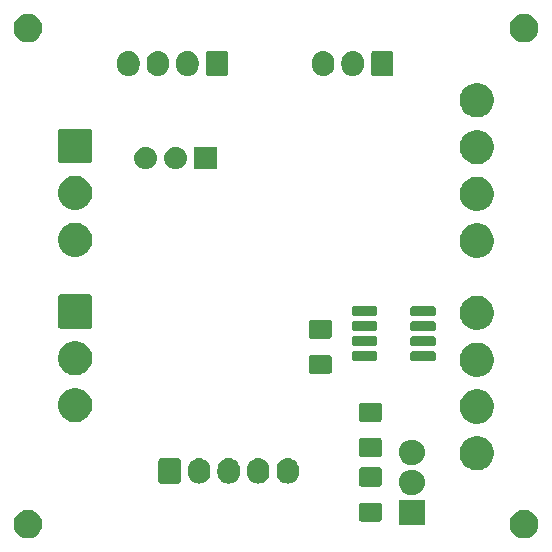
<source format=gbr>
G04 #@! TF.GenerationSoftware,KiCad,Pcbnew,(5.1.4)-1*
G04 #@! TF.CreationDate,2020-03-16T01:27:38+09:00*
G04 #@! TF.ProjectId,QX20CTRLV3,51583230-4354-4524-9c56-332e6b696361,rev?*
G04 #@! TF.SameCoordinates,Original*
G04 #@! TF.FileFunction,Soldermask,Bot*
G04 #@! TF.FilePolarity,Negative*
%FSLAX46Y46*%
G04 Gerber Fmt 4.6, Leading zero omitted, Abs format (unit mm)*
G04 Created by KiCad (PCBNEW (5.1.4)-1) date 2020-03-16 01:27:38*
%MOMM*%
%LPD*%
G04 APERTURE LIST*
%ADD10C,0.100000*%
G04 APERTURE END LIST*
D10*
G36*
X146350025Y-94846115D02*
G01*
X146350028Y-94846116D01*
X146350027Y-94846116D01*
X146568413Y-94936574D01*
X146764955Y-95067899D01*
X146932101Y-95235045D01*
X147063426Y-95431587D01*
X147063427Y-95431589D01*
X147153885Y-95649975D01*
X147200000Y-95881809D01*
X147200000Y-96118191D01*
X147153885Y-96350025D01*
X147153884Y-96350027D01*
X147063426Y-96568413D01*
X146932101Y-96764955D01*
X146764955Y-96932101D01*
X146568413Y-97063426D01*
X146568412Y-97063427D01*
X146568411Y-97063427D01*
X146350025Y-97153885D01*
X146118191Y-97200000D01*
X145881809Y-97200000D01*
X145649975Y-97153885D01*
X145431589Y-97063427D01*
X145431588Y-97063427D01*
X145431587Y-97063426D01*
X145235045Y-96932101D01*
X145067899Y-96764955D01*
X144936574Y-96568413D01*
X144846116Y-96350027D01*
X144846115Y-96350025D01*
X144800000Y-96118191D01*
X144800000Y-95881809D01*
X144846115Y-95649975D01*
X144936573Y-95431589D01*
X144936574Y-95431587D01*
X145067899Y-95235045D01*
X145235045Y-95067899D01*
X145431587Y-94936574D01*
X145649973Y-94846116D01*
X145649972Y-94846116D01*
X145649975Y-94846115D01*
X145881809Y-94800000D01*
X146118191Y-94800000D01*
X146350025Y-94846115D01*
X146350025Y-94846115D01*
G37*
G36*
X104350025Y-94846115D02*
G01*
X104350028Y-94846116D01*
X104350027Y-94846116D01*
X104568413Y-94936574D01*
X104764955Y-95067899D01*
X104932101Y-95235045D01*
X105063426Y-95431587D01*
X105063427Y-95431589D01*
X105153885Y-95649975D01*
X105200000Y-95881809D01*
X105200000Y-96118191D01*
X105153885Y-96350025D01*
X105153884Y-96350027D01*
X105063426Y-96568413D01*
X104932101Y-96764955D01*
X104764955Y-96932101D01*
X104568413Y-97063426D01*
X104568412Y-97063427D01*
X104568411Y-97063427D01*
X104350025Y-97153885D01*
X104118191Y-97200000D01*
X103881809Y-97200000D01*
X103649975Y-97153885D01*
X103431589Y-97063427D01*
X103431588Y-97063427D01*
X103431587Y-97063426D01*
X103235045Y-96932101D01*
X103067899Y-96764955D01*
X102936574Y-96568413D01*
X102846116Y-96350027D01*
X102846115Y-96350025D01*
X102800000Y-96118191D01*
X102800000Y-95881809D01*
X102846115Y-95649975D01*
X102936573Y-95431589D01*
X102936574Y-95431587D01*
X103067899Y-95235045D01*
X103235045Y-95067899D01*
X103431587Y-94936574D01*
X103649973Y-94846116D01*
X103649972Y-94846116D01*
X103649975Y-94846115D01*
X103881809Y-94800000D01*
X104118191Y-94800000D01*
X104350025Y-94846115D01*
X104350025Y-94846115D01*
G37*
G36*
X137600000Y-96052500D02*
G01*
X135400000Y-96052500D01*
X135400000Y-93947500D01*
X137600000Y-93947500D01*
X137600000Y-96052500D01*
X137600000Y-96052500D01*
G37*
G36*
X133771607Y-94180091D02*
G01*
X133818951Y-94194453D01*
X133862588Y-94217778D01*
X133900834Y-94249166D01*
X133932222Y-94287412D01*
X133955547Y-94331049D01*
X133969909Y-94378393D01*
X133975000Y-94430086D01*
X133975000Y-95544914D01*
X133969909Y-95596607D01*
X133955547Y-95643951D01*
X133932222Y-95687588D01*
X133900834Y-95725834D01*
X133862588Y-95757222D01*
X133818951Y-95780547D01*
X133771607Y-95794909D01*
X133719914Y-95800000D01*
X132280086Y-95800000D01*
X132228393Y-95794909D01*
X132181049Y-95780547D01*
X132137412Y-95757222D01*
X132099166Y-95725834D01*
X132067778Y-95687588D01*
X132044453Y-95643951D01*
X132030091Y-95596607D01*
X132025000Y-95544914D01*
X132025000Y-94430086D01*
X132030091Y-94378393D01*
X132044453Y-94331049D01*
X132067778Y-94287412D01*
X132099166Y-94249166D01*
X132137412Y-94217778D01*
X132181049Y-94194453D01*
X132228393Y-94180091D01*
X132280086Y-94175000D01*
X133719914Y-94175000D01*
X133771607Y-94180091D01*
X133771607Y-94180091D01*
G37*
G36*
X136676514Y-91415115D02*
G01*
X136753826Y-91422729D01*
X136952223Y-91482912D01*
X137135067Y-91580644D01*
X137295330Y-91712170D01*
X137426856Y-91872433D01*
X137524588Y-92055277D01*
X137584771Y-92253674D01*
X137605092Y-92460000D01*
X137584771Y-92666326D01*
X137524588Y-92864723D01*
X137426856Y-93047567D01*
X137295330Y-93207830D01*
X137135067Y-93339356D01*
X136952223Y-93437088D01*
X136753826Y-93497271D01*
X136676513Y-93504886D01*
X136599202Y-93512500D01*
X136400798Y-93512500D01*
X136323487Y-93504886D01*
X136246174Y-93497271D01*
X136047777Y-93437088D01*
X135864933Y-93339356D01*
X135704670Y-93207830D01*
X135573144Y-93047567D01*
X135475412Y-92864723D01*
X135415229Y-92666326D01*
X135394908Y-92460000D01*
X135415229Y-92253674D01*
X135475412Y-92055277D01*
X135573144Y-91872433D01*
X135704670Y-91712170D01*
X135864933Y-91580644D01*
X136047777Y-91482912D01*
X136246174Y-91422729D01*
X136323486Y-91415115D01*
X136400798Y-91407500D01*
X136599202Y-91407500D01*
X136676514Y-91415115D01*
X136676514Y-91415115D01*
G37*
G36*
X133771607Y-91205091D02*
G01*
X133818951Y-91219453D01*
X133862588Y-91242778D01*
X133900834Y-91274166D01*
X133932222Y-91312412D01*
X133955547Y-91356049D01*
X133969909Y-91403393D01*
X133975000Y-91455086D01*
X133975000Y-92569914D01*
X133969909Y-92621607D01*
X133955547Y-92668951D01*
X133932222Y-92712588D01*
X133900834Y-92750834D01*
X133862588Y-92782222D01*
X133818951Y-92805547D01*
X133771607Y-92819909D01*
X133719914Y-92825000D01*
X132280086Y-92825000D01*
X132228393Y-92819909D01*
X132181049Y-92805547D01*
X132137412Y-92782222D01*
X132099166Y-92750834D01*
X132067778Y-92712588D01*
X132044453Y-92668951D01*
X132030091Y-92621607D01*
X132025000Y-92569914D01*
X132025000Y-91455086D01*
X132030091Y-91403393D01*
X132044453Y-91356049D01*
X132067778Y-91312412D01*
X132099166Y-91274166D01*
X132137412Y-91242778D01*
X132181049Y-91219453D01*
X132228393Y-91205091D01*
X132280086Y-91200000D01*
X133719914Y-91200000D01*
X133771607Y-91205091D01*
X133771607Y-91205091D01*
G37*
G36*
X123686231Y-90438746D02*
G01*
X123865307Y-90493068D01*
X123941190Y-90533628D01*
X124030344Y-90581281D01*
X124175001Y-90699999D01*
X124293719Y-90844656D01*
X124321744Y-90897088D01*
X124381932Y-91009692D01*
X124381932Y-91009693D01*
X124436254Y-91188768D01*
X124441574Y-91242778D01*
X124450000Y-91328335D01*
X124450000Y-91671664D01*
X124436254Y-91811231D01*
X124381932Y-91990308D01*
X124381931Y-91990309D01*
X124293719Y-92155344D01*
X124175001Y-92300001D01*
X124030344Y-92418719D01*
X123953112Y-92460000D01*
X123865308Y-92506932D01*
X123686232Y-92561254D01*
X123500000Y-92579596D01*
X123313769Y-92561254D01*
X123288969Y-92553731D01*
X123134693Y-92506932D01*
X123046889Y-92460000D01*
X122969657Y-92418719D01*
X122859639Y-92328429D01*
X122824999Y-92300001D01*
X122706282Y-92155345D01*
X122618068Y-91990308D01*
X122563746Y-91811232D01*
X122550000Y-91671665D01*
X122550000Y-91328336D01*
X122560503Y-91221701D01*
X122563746Y-91188769D01*
X122582699Y-91126289D01*
X122618068Y-91009693D01*
X122706282Y-90844655D01*
X122824999Y-90699999D01*
X122920598Y-90621542D01*
X122969656Y-90581281D01*
X123052173Y-90537175D01*
X123134692Y-90493068D01*
X123313768Y-90438746D01*
X123500000Y-90420404D01*
X123686231Y-90438746D01*
X123686231Y-90438746D01*
G37*
G36*
X118686231Y-90438746D02*
G01*
X118865307Y-90493068D01*
X118941190Y-90533628D01*
X119030344Y-90581281D01*
X119175001Y-90699999D01*
X119293719Y-90844656D01*
X119321744Y-90897088D01*
X119381932Y-91009692D01*
X119381932Y-91009693D01*
X119436254Y-91188768D01*
X119441574Y-91242778D01*
X119450000Y-91328335D01*
X119450000Y-91671664D01*
X119436254Y-91811231D01*
X119381932Y-91990308D01*
X119381931Y-91990309D01*
X119293719Y-92155344D01*
X119175001Y-92300001D01*
X119030344Y-92418719D01*
X118953112Y-92460000D01*
X118865308Y-92506932D01*
X118711032Y-92553731D01*
X118686232Y-92561254D01*
X118500000Y-92579596D01*
X118313769Y-92561254D01*
X118134693Y-92506932D01*
X118046889Y-92460000D01*
X117969657Y-92418719D01*
X117859639Y-92328429D01*
X117824999Y-92300001D01*
X117706282Y-92155345D01*
X117618068Y-91990308D01*
X117563746Y-91811232D01*
X117550000Y-91671665D01*
X117550000Y-91328336D01*
X117560503Y-91221701D01*
X117563746Y-91188769D01*
X117582699Y-91126289D01*
X117618068Y-91009693D01*
X117706282Y-90844655D01*
X117824999Y-90699999D01*
X117920598Y-90621542D01*
X117969656Y-90581281D01*
X118052173Y-90537175D01*
X118134692Y-90493068D01*
X118313768Y-90438746D01*
X118500000Y-90420404D01*
X118686231Y-90438746D01*
X118686231Y-90438746D01*
G37*
G36*
X121186231Y-90438746D02*
G01*
X121365307Y-90493068D01*
X121441190Y-90533628D01*
X121530344Y-90581281D01*
X121675001Y-90699999D01*
X121793719Y-90844656D01*
X121821744Y-90897088D01*
X121881932Y-91009692D01*
X121881932Y-91009693D01*
X121936254Y-91188768D01*
X121941574Y-91242778D01*
X121950000Y-91328335D01*
X121950000Y-91671664D01*
X121936254Y-91811231D01*
X121881932Y-91990308D01*
X121881931Y-91990309D01*
X121793719Y-92155344D01*
X121675001Y-92300001D01*
X121530344Y-92418719D01*
X121453112Y-92460000D01*
X121365308Y-92506932D01*
X121211032Y-92553731D01*
X121186232Y-92561254D01*
X121000000Y-92579596D01*
X120813769Y-92561254D01*
X120634693Y-92506932D01*
X120546889Y-92460000D01*
X120469657Y-92418719D01*
X120359639Y-92328429D01*
X120324999Y-92300001D01*
X120206282Y-92155345D01*
X120118068Y-91990308D01*
X120063746Y-91811232D01*
X120050000Y-91671665D01*
X120050000Y-91328336D01*
X120060503Y-91221701D01*
X120063746Y-91188769D01*
X120082699Y-91126289D01*
X120118068Y-91009693D01*
X120206282Y-90844655D01*
X120324999Y-90699999D01*
X120420598Y-90621542D01*
X120469656Y-90581281D01*
X120552173Y-90537175D01*
X120634692Y-90493068D01*
X120813768Y-90438746D01*
X121000000Y-90420404D01*
X121186231Y-90438746D01*
X121186231Y-90438746D01*
G37*
G36*
X126186231Y-90438746D02*
G01*
X126365307Y-90493068D01*
X126441190Y-90533628D01*
X126530344Y-90581281D01*
X126675001Y-90699999D01*
X126793719Y-90844656D01*
X126821744Y-90897088D01*
X126881932Y-91009692D01*
X126881932Y-91009693D01*
X126936254Y-91188768D01*
X126941574Y-91242778D01*
X126950000Y-91328335D01*
X126950000Y-91671664D01*
X126936254Y-91811231D01*
X126881932Y-91990308D01*
X126881931Y-91990309D01*
X126793719Y-92155344D01*
X126675001Y-92300001D01*
X126530344Y-92418719D01*
X126453112Y-92460000D01*
X126365308Y-92506932D01*
X126211032Y-92553731D01*
X126186232Y-92561254D01*
X126000000Y-92579596D01*
X125813769Y-92561254D01*
X125634693Y-92506932D01*
X125546889Y-92460000D01*
X125469657Y-92418719D01*
X125359639Y-92328429D01*
X125324999Y-92300001D01*
X125206282Y-92155345D01*
X125118068Y-91990308D01*
X125063746Y-91811232D01*
X125050000Y-91671665D01*
X125050000Y-91328336D01*
X125060503Y-91221701D01*
X125063746Y-91188769D01*
X125082699Y-91126289D01*
X125118068Y-91009693D01*
X125206282Y-90844655D01*
X125324999Y-90699999D01*
X125420598Y-90621542D01*
X125469656Y-90581281D01*
X125552173Y-90537175D01*
X125634692Y-90493068D01*
X125813768Y-90438746D01*
X126000000Y-90420404D01*
X126186231Y-90438746D01*
X126186231Y-90438746D01*
G37*
G36*
X116753458Y-90429927D02*
G01*
X116799209Y-90443805D01*
X116841372Y-90466343D01*
X116878328Y-90496672D01*
X116908657Y-90533628D01*
X116931195Y-90575791D01*
X116945073Y-90621542D01*
X116950000Y-90671571D01*
X116950000Y-92328429D01*
X116945073Y-92378458D01*
X116931195Y-92424209D01*
X116908657Y-92466372D01*
X116878328Y-92503328D01*
X116841372Y-92533657D01*
X116799209Y-92556195D01*
X116753458Y-92570073D01*
X116703429Y-92575000D01*
X115296571Y-92575000D01*
X115246542Y-92570073D01*
X115200791Y-92556195D01*
X115158628Y-92533657D01*
X115121672Y-92503328D01*
X115091343Y-92466372D01*
X115068805Y-92424209D01*
X115054927Y-92378458D01*
X115050000Y-92328429D01*
X115050000Y-90671571D01*
X115054927Y-90621542D01*
X115068805Y-90575791D01*
X115091343Y-90533628D01*
X115121672Y-90496672D01*
X115158628Y-90466343D01*
X115200791Y-90443805D01*
X115246542Y-90429927D01*
X115296571Y-90425000D01*
X116703429Y-90425000D01*
X116753458Y-90429927D01*
X116753458Y-90429927D01*
G37*
G36*
X142422948Y-88605722D02*
G01*
X142620377Y-88687500D01*
X142686833Y-88715027D01*
X142924321Y-88873711D01*
X143126289Y-89075679D01*
X143190762Y-89172170D01*
X143284974Y-89313169D01*
X143394278Y-89577052D01*
X143450000Y-89857186D01*
X143450000Y-90142814D01*
X143394278Y-90422948D01*
X143300271Y-90649901D01*
X143284973Y-90686833D01*
X143126289Y-90924321D01*
X142924321Y-91126289D01*
X142686833Y-91284973D01*
X142686832Y-91284974D01*
X142686831Y-91284974D01*
X142422948Y-91394278D01*
X142142814Y-91450000D01*
X141857186Y-91450000D01*
X141577052Y-91394278D01*
X141313169Y-91284974D01*
X141313168Y-91284974D01*
X141313167Y-91284973D01*
X141075679Y-91126289D01*
X140873711Y-90924321D01*
X140715027Y-90686833D01*
X140699729Y-90649901D01*
X140605722Y-90422948D01*
X140550000Y-90142814D01*
X140550000Y-89857186D01*
X140605722Y-89577052D01*
X140715026Y-89313169D01*
X140809238Y-89172170D01*
X140873711Y-89075679D01*
X141075679Y-88873711D01*
X141313167Y-88715027D01*
X141379623Y-88687500D01*
X141577052Y-88605722D01*
X141857186Y-88550000D01*
X142142814Y-88550000D01*
X142422948Y-88605722D01*
X142422948Y-88605722D01*
G37*
G36*
X136662263Y-88873711D02*
G01*
X136753826Y-88882729D01*
X136952223Y-88942912D01*
X137135067Y-89040644D01*
X137295330Y-89172170D01*
X137426856Y-89332433D01*
X137524588Y-89515277D01*
X137584771Y-89713674D01*
X137605092Y-89920000D01*
X137584771Y-90126326D01*
X137524588Y-90324723D01*
X137426856Y-90507567D01*
X137295330Y-90667830D01*
X137135067Y-90799356D01*
X136952223Y-90897088D01*
X136753826Y-90957271D01*
X136676514Y-90964885D01*
X136599202Y-90972500D01*
X136400798Y-90972500D01*
X136323486Y-90964885D01*
X136246174Y-90957271D01*
X136047777Y-90897088D01*
X135864933Y-90799356D01*
X135704670Y-90667830D01*
X135573144Y-90507567D01*
X135475412Y-90324723D01*
X135415229Y-90126326D01*
X135394908Y-89920000D01*
X135415229Y-89713674D01*
X135475412Y-89515277D01*
X135573144Y-89332433D01*
X135704670Y-89172170D01*
X135864933Y-89040644D01*
X136047777Y-88942912D01*
X136246174Y-88882729D01*
X136337737Y-88873711D01*
X136400798Y-88867500D01*
X136599202Y-88867500D01*
X136662263Y-88873711D01*
X136662263Y-88873711D01*
G37*
G36*
X133771607Y-88692591D02*
G01*
X133818951Y-88706953D01*
X133862588Y-88730278D01*
X133900834Y-88761666D01*
X133932222Y-88799912D01*
X133955547Y-88843549D01*
X133969909Y-88890893D01*
X133975000Y-88942586D01*
X133975000Y-90057414D01*
X133969909Y-90109107D01*
X133955547Y-90156451D01*
X133932222Y-90200088D01*
X133900834Y-90238334D01*
X133862588Y-90269722D01*
X133818951Y-90293047D01*
X133771607Y-90307409D01*
X133719914Y-90312500D01*
X132280086Y-90312500D01*
X132228393Y-90307409D01*
X132181049Y-90293047D01*
X132137412Y-90269722D01*
X132099166Y-90238334D01*
X132067778Y-90200088D01*
X132044453Y-90156451D01*
X132030091Y-90109107D01*
X132025000Y-90057414D01*
X132025000Y-88942586D01*
X132030091Y-88890893D01*
X132044453Y-88843549D01*
X132067778Y-88799912D01*
X132099166Y-88761666D01*
X132137412Y-88730278D01*
X132181049Y-88706953D01*
X132228393Y-88692591D01*
X132280086Y-88687500D01*
X133719914Y-88687500D01*
X133771607Y-88692591D01*
X133771607Y-88692591D01*
G37*
G36*
X142422948Y-84645722D02*
G01*
X142686831Y-84755026D01*
X142686833Y-84755027D01*
X142924321Y-84913711D01*
X143126289Y-85115679D01*
X143204793Y-85233169D01*
X143284974Y-85353169D01*
X143394278Y-85617052D01*
X143450000Y-85897186D01*
X143450000Y-86182814D01*
X143394278Y-86462948D01*
X143284974Y-86726831D01*
X143284973Y-86726833D01*
X143126289Y-86964321D01*
X142924321Y-87166289D01*
X142686833Y-87324973D01*
X142686832Y-87324974D01*
X142686831Y-87324974D01*
X142422948Y-87434278D01*
X142142814Y-87490000D01*
X141857186Y-87490000D01*
X141577052Y-87434278D01*
X141313169Y-87324974D01*
X141313168Y-87324974D01*
X141313167Y-87324973D01*
X141075679Y-87166289D01*
X140873711Y-86964321D01*
X140715027Y-86726833D01*
X140715026Y-86726831D01*
X140605722Y-86462948D01*
X140550000Y-86182814D01*
X140550000Y-85897186D01*
X140605722Y-85617052D01*
X140715026Y-85353169D01*
X140795207Y-85233169D01*
X140873711Y-85115679D01*
X141075679Y-84913711D01*
X141313167Y-84755027D01*
X141313169Y-84755026D01*
X141577052Y-84645722D01*
X141857186Y-84590000D01*
X142142814Y-84590000D01*
X142422948Y-84645722D01*
X142422948Y-84645722D01*
G37*
G36*
X108422948Y-84525722D02*
G01*
X108686831Y-84635026D01*
X108686833Y-84635027D01*
X108924321Y-84793711D01*
X109126289Y-84995679D01*
X109284973Y-85233167D01*
X109284974Y-85233169D01*
X109394278Y-85497052D01*
X109450000Y-85777186D01*
X109450000Y-86062814D01*
X109394278Y-86342948D01*
X109344572Y-86462948D01*
X109284973Y-86606833D01*
X109126289Y-86844321D01*
X108924321Y-87046289D01*
X108686833Y-87204973D01*
X108686832Y-87204974D01*
X108686831Y-87204974D01*
X108422948Y-87314278D01*
X108142814Y-87370000D01*
X107857186Y-87370000D01*
X107577052Y-87314278D01*
X107313169Y-87204974D01*
X107313168Y-87204974D01*
X107313167Y-87204973D01*
X107075679Y-87046289D01*
X106873711Y-86844321D01*
X106715027Y-86606833D01*
X106655428Y-86462948D01*
X106605722Y-86342948D01*
X106550000Y-86062814D01*
X106550000Y-85777186D01*
X106605722Y-85497052D01*
X106715026Y-85233169D01*
X106715027Y-85233167D01*
X106873711Y-84995679D01*
X107075679Y-84793711D01*
X107313167Y-84635027D01*
X107313169Y-84635026D01*
X107577052Y-84525722D01*
X107857186Y-84470000D01*
X108142814Y-84470000D01*
X108422948Y-84525722D01*
X108422948Y-84525722D01*
G37*
G36*
X133771607Y-85717591D02*
G01*
X133818951Y-85731953D01*
X133862588Y-85755278D01*
X133900834Y-85786666D01*
X133932222Y-85824912D01*
X133955547Y-85868549D01*
X133969909Y-85915893D01*
X133975000Y-85967586D01*
X133975000Y-87082414D01*
X133969909Y-87134107D01*
X133955547Y-87181451D01*
X133932222Y-87225088D01*
X133900834Y-87263334D01*
X133862588Y-87294722D01*
X133818951Y-87318047D01*
X133771607Y-87332409D01*
X133719914Y-87337500D01*
X132280086Y-87337500D01*
X132228393Y-87332409D01*
X132181049Y-87318047D01*
X132137412Y-87294722D01*
X132099166Y-87263334D01*
X132067778Y-87225088D01*
X132044453Y-87181451D01*
X132030091Y-87134107D01*
X132025000Y-87082414D01*
X132025000Y-85967586D01*
X132030091Y-85915893D01*
X132044453Y-85868549D01*
X132067778Y-85824912D01*
X132099166Y-85786666D01*
X132137412Y-85755278D01*
X132181049Y-85731953D01*
X132228393Y-85717591D01*
X132280086Y-85712500D01*
X133719914Y-85712500D01*
X133771607Y-85717591D01*
X133771607Y-85717591D01*
G37*
G36*
X142422948Y-80685722D02*
G01*
X142679231Y-80791878D01*
X142686833Y-80795027D01*
X142924321Y-80953711D01*
X143126289Y-81155679D01*
X143284973Y-81393167D01*
X143284974Y-81393169D01*
X143394278Y-81657052D01*
X143450000Y-81937186D01*
X143450000Y-82222814D01*
X143394278Y-82502948D01*
X143284974Y-82766831D01*
X143284973Y-82766833D01*
X143126289Y-83004321D01*
X142924321Y-83206289D01*
X142686833Y-83364973D01*
X142686832Y-83364974D01*
X142686831Y-83364974D01*
X142422948Y-83474278D01*
X142142814Y-83530000D01*
X141857186Y-83530000D01*
X141577052Y-83474278D01*
X141313169Y-83364974D01*
X141313168Y-83364974D01*
X141313167Y-83364973D01*
X141075679Y-83206289D01*
X140873711Y-83004321D01*
X140715027Y-82766833D01*
X140715026Y-82766831D01*
X140605722Y-82502948D01*
X140550000Y-82222814D01*
X140550000Y-81937186D01*
X140605722Y-81657052D01*
X140715026Y-81393169D01*
X140715027Y-81393167D01*
X140873711Y-81155679D01*
X141075679Y-80953711D01*
X141313167Y-80795027D01*
X141320769Y-80791878D01*
X141577052Y-80685722D01*
X141857186Y-80630000D01*
X142142814Y-80630000D01*
X142422948Y-80685722D01*
X142422948Y-80685722D01*
G37*
G36*
X108422948Y-80565722D02*
G01*
X108686831Y-80675026D01*
X108686833Y-80675027D01*
X108924321Y-80833711D01*
X109126289Y-81035679D01*
X109284973Y-81273167D01*
X109284974Y-81273169D01*
X109394278Y-81537052D01*
X109450000Y-81817186D01*
X109450000Y-82102814D01*
X109394278Y-82382948D01*
X109344572Y-82502948D01*
X109284973Y-82646833D01*
X109126289Y-82884321D01*
X108924321Y-83086289D01*
X108686833Y-83244973D01*
X108686832Y-83244974D01*
X108686831Y-83244974D01*
X108422948Y-83354278D01*
X108142814Y-83410000D01*
X107857186Y-83410000D01*
X107577052Y-83354278D01*
X107313169Y-83244974D01*
X107313168Y-83244974D01*
X107313167Y-83244973D01*
X107075679Y-83086289D01*
X106873711Y-82884321D01*
X106715027Y-82646833D01*
X106655428Y-82502948D01*
X106605722Y-82382948D01*
X106550000Y-82102814D01*
X106550000Y-81817186D01*
X106605722Y-81537052D01*
X106715026Y-81273169D01*
X106715027Y-81273167D01*
X106873711Y-81035679D01*
X107075679Y-80833711D01*
X107313167Y-80675027D01*
X107313169Y-80675026D01*
X107577052Y-80565722D01*
X107857186Y-80510000D01*
X108142814Y-80510000D01*
X108422948Y-80565722D01*
X108422948Y-80565722D01*
G37*
G36*
X129521607Y-81667591D02*
G01*
X129568951Y-81681953D01*
X129612588Y-81705278D01*
X129650834Y-81736666D01*
X129682222Y-81774912D01*
X129705547Y-81818549D01*
X129719909Y-81865893D01*
X129725000Y-81917586D01*
X129725000Y-83032414D01*
X129719909Y-83084107D01*
X129705547Y-83131451D01*
X129682222Y-83175088D01*
X129650834Y-83213334D01*
X129612588Y-83244722D01*
X129568951Y-83268047D01*
X129521607Y-83282409D01*
X129469914Y-83287500D01*
X128030086Y-83287500D01*
X127978393Y-83282409D01*
X127931049Y-83268047D01*
X127887412Y-83244722D01*
X127849166Y-83213334D01*
X127817778Y-83175088D01*
X127794453Y-83131451D01*
X127780091Y-83084107D01*
X127775000Y-83032414D01*
X127775000Y-81917586D01*
X127780091Y-81865893D01*
X127794453Y-81818549D01*
X127817778Y-81774912D01*
X127849166Y-81736666D01*
X127887412Y-81705278D01*
X127931049Y-81681953D01*
X127978393Y-81667591D01*
X128030086Y-81662500D01*
X129469914Y-81662500D01*
X129521607Y-81667591D01*
X129521607Y-81667591D01*
G37*
G36*
X138384092Y-81373599D02*
G01*
X138416878Y-81383545D01*
X138447089Y-81399693D01*
X138473572Y-81421428D01*
X138495307Y-81447911D01*
X138511455Y-81478122D01*
X138521401Y-81510908D01*
X138525000Y-81547453D01*
X138525000Y-81992547D01*
X138521401Y-82029092D01*
X138511455Y-82061878D01*
X138495307Y-82092089D01*
X138473572Y-82118572D01*
X138447089Y-82140307D01*
X138416878Y-82156455D01*
X138384092Y-82166401D01*
X138347547Y-82170000D01*
X136552453Y-82170000D01*
X136515908Y-82166401D01*
X136483122Y-82156455D01*
X136452911Y-82140307D01*
X136426428Y-82118572D01*
X136404693Y-82092089D01*
X136388545Y-82061878D01*
X136378599Y-82029092D01*
X136375000Y-81992547D01*
X136375000Y-81547453D01*
X136378599Y-81510908D01*
X136388545Y-81478122D01*
X136404693Y-81447911D01*
X136426428Y-81421428D01*
X136452911Y-81399693D01*
X136483122Y-81383545D01*
X136515908Y-81373599D01*
X136552453Y-81370000D01*
X138347547Y-81370000D01*
X138384092Y-81373599D01*
X138384092Y-81373599D01*
G37*
G36*
X133434092Y-81373599D02*
G01*
X133466878Y-81383545D01*
X133497089Y-81399693D01*
X133523572Y-81421428D01*
X133545307Y-81447911D01*
X133561455Y-81478122D01*
X133571401Y-81510908D01*
X133575000Y-81547453D01*
X133575000Y-81992547D01*
X133571401Y-82029092D01*
X133561455Y-82061878D01*
X133545307Y-82092089D01*
X133523572Y-82118572D01*
X133497089Y-82140307D01*
X133466878Y-82156455D01*
X133434092Y-82166401D01*
X133397547Y-82170000D01*
X131602453Y-82170000D01*
X131565908Y-82166401D01*
X131533122Y-82156455D01*
X131502911Y-82140307D01*
X131476428Y-82118572D01*
X131454693Y-82092089D01*
X131438545Y-82061878D01*
X131428599Y-82029092D01*
X131425000Y-81992547D01*
X131425000Y-81547453D01*
X131428599Y-81510908D01*
X131438545Y-81478122D01*
X131454693Y-81447911D01*
X131476428Y-81421428D01*
X131502911Y-81399693D01*
X131533122Y-81383545D01*
X131565908Y-81373599D01*
X131602453Y-81370000D01*
X133397547Y-81370000D01*
X133434092Y-81373599D01*
X133434092Y-81373599D01*
G37*
G36*
X138384092Y-80103599D02*
G01*
X138416878Y-80113545D01*
X138447089Y-80129693D01*
X138473572Y-80151428D01*
X138495307Y-80177911D01*
X138511455Y-80208122D01*
X138521401Y-80240908D01*
X138525000Y-80277453D01*
X138525000Y-80722547D01*
X138521401Y-80759092D01*
X138511455Y-80791878D01*
X138495307Y-80822089D01*
X138473572Y-80848572D01*
X138447089Y-80870307D01*
X138416878Y-80886455D01*
X138384092Y-80896401D01*
X138347547Y-80900000D01*
X136552453Y-80900000D01*
X136515908Y-80896401D01*
X136483122Y-80886455D01*
X136452911Y-80870307D01*
X136426428Y-80848572D01*
X136404693Y-80822089D01*
X136388545Y-80791878D01*
X136378599Y-80759092D01*
X136375000Y-80722547D01*
X136375000Y-80277453D01*
X136378599Y-80240908D01*
X136388545Y-80208122D01*
X136404693Y-80177911D01*
X136426428Y-80151428D01*
X136452911Y-80129693D01*
X136483122Y-80113545D01*
X136515908Y-80103599D01*
X136552453Y-80100000D01*
X138347547Y-80100000D01*
X138384092Y-80103599D01*
X138384092Y-80103599D01*
G37*
G36*
X133434092Y-80103599D02*
G01*
X133466878Y-80113545D01*
X133497089Y-80129693D01*
X133523572Y-80151428D01*
X133545307Y-80177911D01*
X133561455Y-80208122D01*
X133571401Y-80240908D01*
X133575000Y-80277453D01*
X133575000Y-80722547D01*
X133571401Y-80759092D01*
X133561455Y-80791878D01*
X133545307Y-80822089D01*
X133523572Y-80848572D01*
X133497089Y-80870307D01*
X133466878Y-80886455D01*
X133434092Y-80896401D01*
X133397547Y-80900000D01*
X131602453Y-80900000D01*
X131565908Y-80896401D01*
X131533122Y-80886455D01*
X131502911Y-80870307D01*
X131476428Y-80848572D01*
X131454693Y-80822089D01*
X131438545Y-80791878D01*
X131428599Y-80759092D01*
X131425000Y-80722547D01*
X131425000Y-80277453D01*
X131428599Y-80240908D01*
X131438545Y-80208122D01*
X131454693Y-80177911D01*
X131476428Y-80151428D01*
X131502911Y-80129693D01*
X131533122Y-80113545D01*
X131565908Y-80103599D01*
X131602453Y-80100000D01*
X133397547Y-80100000D01*
X133434092Y-80103599D01*
X133434092Y-80103599D01*
G37*
G36*
X129521607Y-78692591D02*
G01*
X129568951Y-78706953D01*
X129612588Y-78730278D01*
X129650834Y-78761666D01*
X129682222Y-78799912D01*
X129705547Y-78843549D01*
X129719909Y-78890893D01*
X129725000Y-78942586D01*
X129725000Y-80057414D01*
X129719909Y-80109107D01*
X129705547Y-80156451D01*
X129682222Y-80200088D01*
X129650834Y-80238334D01*
X129612588Y-80269722D01*
X129568951Y-80293047D01*
X129521607Y-80307409D01*
X129469914Y-80312500D01*
X128030086Y-80312500D01*
X127978393Y-80307409D01*
X127931049Y-80293047D01*
X127887412Y-80269722D01*
X127849166Y-80238334D01*
X127817778Y-80200088D01*
X127794453Y-80156451D01*
X127780091Y-80109107D01*
X127775000Y-80057414D01*
X127775000Y-78942586D01*
X127780091Y-78890893D01*
X127794453Y-78843549D01*
X127817778Y-78799912D01*
X127849166Y-78761666D01*
X127887412Y-78730278D01*
X127931049Y-78706953D01*
X127978393Y-78692591D01*
X128030086Y-78687500D01*
X129469914Y-78687500D01*
X129521607Y-78692591D01*
X129521607Y-78692591D01*
G37*
G36*
X138384092Y-78833599D02*
G01*
X138416878Y-78843545D01*
X138447089Y-78859693D01*
X138473572Y-78881428D01*
X138495307Y-78907911D01*
X138511455Y-78938122D01*
X138521401Y-78970908D01*
X138525000Y-79007453D01*
X138525000Y-79452547D01*
X138521401Y-79489092D01*
X138511455Y-79521878D01*
X138495307Y-79552089D01*
X138473572Y-79578572D01*
X138447089Y-79600307D01*
X138416878Y-79616455D01*
X138384092Y-79626401D01*
X138347547Y-79630000D01*
X136552453Y-79630000D01*
X136515908Y-79626401D01*
X136483122Y-79616455D01*
X136452911Y-79600307D01*
X136426428Y-79578572D01*
X136404693Y-79552089D01*
X136388545Y-79521878D01*
X136378599Y-79489092D01*
X136375000Y-79452547D01*
X136375000Y-79007453D01*
X136378599Y-78970908D01*
X136388545Y-78938122D01*
X136404693Y-78907911D01*
X136426428Y-78881428D01*
X136452911Y-78859693D01*
X136483122Y-78843545D01*
X136515908Y-78833599D01*
X136552453Y-78830000D01*
X138347547Y-78830000D01*
X138384092Y-78833599D01*
X138384092Y-78833599D01*
G37*
G36*
X133434092Y-78833599D02*
G01*
X133466878Y-78843545D01*
X133497089Y-78859693D01*
X133523572Y-78881428D01*
X133545307Y-78907911D01*
X133561455Y-78938122D01*
X133571401Y-78970908D01*
X133575000Y-79007453D01*
X133575000Y-79452547D01*
X133571401Y-79489092D01*
X133561455Y-79521878D01*
X133545307Y-79552089D01*
X133523572Y-79578572D01*
X133497089Y-79600307D01*
X133466878Y-79616455D01*
X133434092Y-79626401D01*
X133397547Y-79630000D01*
X131602453Y-79630000D01*
X131565908Y-79626401D01*
X131533122Y-79616455D01*
X131502911Y-79600307D01*
X131476428Y-79578572D01*
X131454693Y-79552089D01*
X131438545Y-79521878D01*
X131428599Y-79489092D01*
X131425000Y-79452547D01*
X131425000Y-79007453D01*
X131428599Y-78970908D01*
X131438545Y-78938122D01*
X131454693Y-78907911D01*
X131476428Y-78881428D01*
X131502911Y-78859693D01*
X131533122Y-78843545D01*
X131565908Y-78833599D01*
X131602453Y-78830000D01*
X133397547Y-78830000D01*
X133434092Y-78833599D01*
X133434092Y-78833599D01*
G37*
G36*
X142422948Y-76725722D02*
G01*
X142686831Y-76835026D01*
X142686833Y-76835027D01*
X142924321Y-76993711D01*
X143126289Y-77195679D01*
X143284973Y-77433167D01*
X143284974Y-77433169D01*
X143394278Y-77697052D01*
X143450000Y-77977186D01*
X143450000Y-78262814D01*
X143394278Y-78542948D01*
X143287840Y-78799912D01*
X143284973Y-78806833D01*
X143126289Y-79044321D01*
X142924321Y-79246289D01*
X142686833Y-79404973D01*
X142686832Y-79404974D01*
X142686831Y-79404974D01*
X142422948Y-79514278D01*
X142142814Y-79570000D01*
X141857186Y-79570000D01*
X141577052Y-79514278D01*
X141313169Y-79404974D01*
X141313168Y-79404974D01*
X141313167Y-79404973D01*
X141075679Y-79246289D01*
X140873711Y-79044321D01*
X140715027Y-78806833D01*
X140712160Y-78799912D01*
X140605722Y-78542948D01*
X140550000Y-78262814D01*
X140550000Y-77977186D01*
X140605722Y-77697052D01*
X140715026Y-77433169D01*
X140715027Y-77433167D01*
X140873711Y-77195679D01*
X141075679Y-76993711D01*
X141313167Y-76835027D01*
X141313169Y-76835026D01*
X141577052Y-76725722D01*
X141857186Y-76670000D01*
X142142814Y-76670000D01*
X142422948Y-76725722D01*
X142422948Y-76725722D01*
G37*
G36*
X109266608Y-76554613D02*
G01*
X109309298Y-76567564D01*
X109348632Y-76588588D01*
X109383114Y-76616886D01*
X109411412Y-76651368D01*
X109432436Y-76690702D01*
X109445387Y-76733392D01*
X109450000Y-76780232D01*
X109450000Y-79219768D01*
X109445387Y-79266608D01*
X109432436Y-79309298D01*
X109411412Y-79348632D01*
X109383114Y-79383114D01*
X109348632Y-79411412D01*
X109309298Y-79432436D01*
X109266608Y-79445387D01*
X109219768Y-79450000D01*
X106780232Y-79450000D01*
X106733392Y-79445387D01*
X106690702Y-79432436D01*
X106651368Y-79411412D01*
X106616886Y-79383114D01*
X106588588Y-79348632D01*
X106567564Y-79309298D01*
X106554613Y-79266608D01*
X106550000Y-79219768D01*
X106550000Y-76780232D01*
X106554613Y-76733392D01*
X106567564Y-76690702D01*
X106588588Y-76651368D01*
X106616886Y-76616886D01*
X106651368Y-76588588D01*
X106690702Y-76567564D01*
X106733392Y-76554613D01*
X106780232Y-76550000D01*
X109219768Y-76550000D01*
X109266608Y-76554613D01*
X109266608Y-76554613D01*
G37*
G36*
X138384092Y-77563599D02*
G01*
X138416878Y-77573545D01*
X138447089Y-77589693D01*
X138473572Y-77611428D01*
X138495307Y-77637911D01*
X138511455Y-77668122D01*
X138521401Y-77700908D01*
X138525000Y-77737453D01*
X138525000Y-78182547D01*
X138521401Y-78219092D01*
X138511455Y-78251878D01*
X138495307Y-78282089D01*
X138473572Y-78308572D01*
X138447089Y-78330307D01*
X138416878Y-78346455D01*
X138384092Y-78356401D01*
X138347547Y-78360000D01*
X136552453Y-78360000D01*
X136515908Y-78356401D01*
X136483122Y-78346455D01*
X136452911Y-78330307D01*
X136426428Y-78308572D01*
X136404693Y-78282089D01*
X136388545Y-78251878D01*
X136378599Y-78219092D01*
X136375000Y-78182547D01*
X136375000Y-77737453D01*
X136378599Y-77700908D01*
X136388545Y-77668122D01*
X136404693Y-77637911D01*
X136426428Y-77611428D01*
X136452911Y-77589693D01*
X136483122Y-77573545D01*
X136515908Y-77563599D01*
X136552453Y-77560000D01*
X138347547Y-77560000D01*
X138384092Y-77563599D01*
X138384092Y-77563599D01*
G37*
G36*
X133434092Y-77563599D02*
G01*
X133466878Y-77573545D01*
X133497089Y-77589693D01*
X133523572Y-77611428D01*
X133545307Y-77637911D01*
X133561455Y-77668122D01*
X133571401Y-77700908D01*
X133575000Y-77737453D01*
X133575000Y-78182547D01*
X133571401Y-78219092D01*
X133561455Y-78251878D01*
X133545307Y-78282089D01*
X133523572Y-78308572D01*
X133497089Y-78330307D01*
X133466878Y-78346455D01*
X133434092Y-78356401D01*
X133397547Y-78360000D01*
X131602453Y-78360000D01*
X131565908Y-78356401D01*
X131533122Y-78346455D01*
X131502911Y-78330307D01*
X131476428Y-78308572D01*
X131454693Y-78282089D01*
X131438545Y-78251878D01*
X131428599Y-78219092D01*
X131425000Y-78182547D01*
X131425000Y-77737453D01*
X131428599Y-77700908D01*
X131438545Y-77668122D01*
X131454693Y-77637911D01*
X131476428Y-77611428D01*
X131502911Y-77589693D01*
X131533122Y-77573545D01*
X131565908Y-77563599D01*
X131602453Y-77560000D01*
X133397547Y-77560000D01*
X133434092Y-77563599D01*
X133434092Y-77563599D01*
G37*
G36*
X142422948Y-70605722D02*
G01*
X142686831Y-70715026D01*
X142686833Y-70715027D01*
X142924321Y-70873711D01*
X143126289Y-71075679D01*
X143231520Y-71233169D01*
X143284974Y-71313169D01*
X143394278Y-71577052D01*
X143450000Y-71857186D01*
X143450000Y-72142814D01*
X143394278Y-72422948D01*
X143318111Y-72606831D01*
X143284973Y-72686833D01*
X143126289Y-72924321D01*
X142924321Y-73126289D01*
X142686833Y-73284973D01*
X142686832Y-73284974D01*
X142686831Y-73284974D01*
X142422948Y-73394278D01*
X142142814Y-73450000D01*
X141857186Y-73450000D01*
X141577052Y-73394278D01*
X141313169Y-73284974D01*
X141313168Y-73284974D01*
X141313167Y-73284973D01*
X141075679Y-73126289D01*
X140873711Y-72924321D01*
X140715027Y-72686833D01*
X140681889Y-72606831D01*
X140605722Y-72422948D01*
X140550000Y-72142814D01*
X140550000Y-71857186D01*
X140605722Y-71577052D01*
X140715026Y-71313169D01*
X140768480Y-71233169D01*
X140873711Y-71075679D01*
X141075679Y-70873711D01*
X141313167Y-70715027D01*
X141313169Y-70715026D01*
X141577052Y-70605722D01*
X141857186Y-70550000D01*
X142142814Y-70550000D01*
X142422948Y-70605722D01*
X142422948Y-70605722D01*
G37*
G36*
X108422948Y-70525722D02*
G01*
X108616087Y-70605723D01*
X108686833Y-70635027D01*
X108924321Y-70793711D01*
X109126289Y-70995679D01*
X109284973Y-71233167D01*
X109284974Y-71233169D01*
X109394278Y-71497052D01*
X109450000Y-71777186D01*
X109450000Y-72062814D01*
X109394278Y-72342948D01*
X109361140Y-72422949D01*
X109284973Y-72606833D01*
X109126289Y-72844321D01*
X108924321Y-73046289D01*
X108686833Y-73204973D01*
X108686832Y-73204974D01*
X108686831Y-73204974D01*
X108422948Y-73314278D01*
X108142814Y-73370000D01*
X107857186Y-73370000D01*
X107577052Y-73314278D01*
X107313169Y-73204974D01*
X107313168Y-73204974D01*
X107313167Y-73204973D01*
X107075679Y-73046289D01*
X106873711Y-72844321D01*
X106715027Y-72606833D01*
X106638860Y-72422949D01*
X106605722Y-72342948D01*
X106550000Y-72062814D01*
X106550000Y-71777186D01*
X106605722Y-71497052D01*
X106715026Y-71233169D01*
X106715027Y-71233167D01*
X106873711Y-70995679D01*
X107075679Y-70793711D01*
X107313167Y-70635027D01*
X107383913Y-70605723D01*
X107577052Y-70525722D01*
X107857186Y-70470000D01*
X108142814Y-70470000D01*
X108422948Y-70525722D01*
X108422948Y-70525722D01*
G37*
G36*
X142422948Y-66645722D02*
G01*
X142686831Y-66755026D01*
X142686833Y-66755027D01*
X142924321Y-66913711D01*
X143126289Y-67115679D01*
X143231520Y-67273169D01*
X143284974Y-67353169D01*
X143394278Y-67617052D01*
X143450000Y-67897186D01*
X143450000Y-68182814D01*
X143394278Y-68462948D01*
X143318111Y-68646831D01*
X143284973Y-68726833D01*
X143126289Y-68964321D01*
X142924321Y-69166289D01*
X142686833Y-69324973D01*
X142686832Y-69324974D01*
X142686831Y-69324974D01*
X142422948Y-69434278D01*
X142142814Y-69490000D01*
X141857186Y-69490000D01*
X141577052Y-69434278D01*
X141313169Y-69324974D01*
X141313168Y-69324974D01*
X141313167Y-69324973D01*
X141075679Y-69166289D01*
X140873711Y-68964321D01*
X140715027Y-68726833D01*
X140681889Y-68646831D01*
X140605722Y-68462948D01*
X140550000Y-68182814D01*
X140550000Y-67897186D01*
X140605722Y-67617052D01*
X140715026Y-67353169D01*
X140768480Y-67273169D01*
X140873711Y-67115679D01*
X141075679Y-66913711D01*
X141313167Y-66755027D01*
X141313169Y-66755026D01*
X141577052Y-66645722D01*
X141857186Y-66590000D01*
X142142814Y-66590000D01*
X142422948Y-66645722D01*
X142422948Y-66645722D01*
G37*
G36*
X108422948Y-66565722D02*
G01*
X108616087Y-66645723D01*
X108686833Y-66675027D01*
X108924321Y-66833711D01*
X109126289Y-67035679D01*
X109284973Y-67273167D01*
X109284974Y-67273169D01*
X109394278Y-67537052D01*
X109450000Y-67817186D01*
X109450000Y-68102814D01*
X109394278Y-68382948D01*
X109361140Y-68462949D01*
X109284973Y-68646833D01*
X109126289Y-68884321D01*
X108924321Y-69086289D01*
X108686833Y-69244973D01*
X108686832Y-69244974D01*
X108686831Y-69244974D01*
X108422948Y-69354278D01*
X108142814Y-69410000D01*
X107857186Y-69410000D01*
X107577052Y-69354278D01*
X107313169Y-69244974D01*
X107313168Y-69244974D01*
X107313167Y-69244973D01*
X107075679Y-69086289D01*
X106873711Y-68884321D01*
X106715027Y-68646833D01*
X106638860Y-68462949D01*
X106605722Y-68382948D01*
X106550000Y-68102814D01*
X106550000Y-67817186D01*
X106605722Y-67537052D01*
X106715026Y-67273169D01*
X106715027Y-67273167D01*
X106873711Y-67035679D01*
X107075679Y-66833711D01*
X107313167Y-66675027D01*
X107383913Y-66645723D01*
X107577052Y-66565722D01*
X107857186Y-66510000D01*
X108142814Y-66510000D01*
X108422948Y-66565722D01*
X108422948Y-66565722D01*
G37*
G36*
X114146232Y-64063746D02*
G01*
X114325308Y-64118068D01*
X114407826Y-64162175D01*
X114490344Y-64206281D01*
X114635001Y-64324999D01*
X114753719Y-64469656D01*
X114771514Y-64502949D01*
X114841932Y-64634692D01*
X114896254Y-64813768D01*
X114914596Y-65000000D01*
X114896254Y-65186232D01*
X114841932Y-65365308D01*
X114820852Y-65404746D01*
X114753719Y-65530344D01*
X114635001Y-65675001D01*
X114490344Y-65793719D01*
X114407826Y-65837825D01*
X114325308Y-65881932D01*
X114146232Y-65936254D01*
X114006666Y-65950000D01*
X113913334Y-65950000D01*
X113773768Y-65936254D01*
X113594692Y-65881932D01*
X113512173Y-65837825D01*
X113429656Y-65793719D01*
X113284999Y-65675001D01*
X113166281Y-65530344D01*
X113099148Y-65404746D01*
X113078068Y-65365308D01*
X113023746Y-65186232D01*
X113005404Y-65000000D01*
X113023746Y-64813768D01*
X113078068Y-64634692D01*
X113148486Y-64502949D01*
X113166281Y-64469656D01*
X113284999Y-64324999D01*
X113429656Y-64206281D01*
X113512174Y-64162175D01*
X113594692Y-64118068D01*
X113773768Y-64063746D01*
X113913334Y-64050000D01*
X114006666Y-64050000D01*
X114146232Y-64063746D01*
X114146232Y-64063746D01*
G37*
G36*
X119990000Y-65950000D02*
G01*
X118090000Y-65950000D01*
X118090000Y-64050000D01*
X119990000Y-64050000D01*
X119990000Y-65950000D01*
X119990000Y-65950000D01*
G37*
G36*
X116686232Y-64063746D02*
G01*
X116865308Y-64118068D01*
X116947826Y-64162175D01*
X117030344Y-64206281D01*
X117175001Y-64324999D01*
X117293719Y-64469656D01*
X117311514Y-64502949D01*
X117381932Y-64634692D01*
X117436254Y-64813768D01*
X117454596Y-65000000D01*
X117436254Y-65186232D01*
X117381932Y-65365308D01*
X117360852Y-65404746D01*
X117293719Y-65530344D01*
X117175001Y-65675001D01*
X117030344Y-65793719D01*
X116947826Y-65837825D01*
X116865308Y-65881932D01*
X116686232Y-65936254D01*
X116546666Y-65950000D01*
X116453334Y-65950000D01*
X116313768Y-65936254D01*
X116134692Y-65881932D01*
X116052173Y-65837825D01*
X115969656Y-65793719D01*
X115824999Y-65675001D01*
X115706281Y-65530344D01*
X115639148Y-65404746D01*
X115618068Y-65365308D01*
X115563746Y-65186232D01*
X115545404Y-65000000D01*
X115563746Y-64813768D01*
X115618068Y-64634692D01*
X115688486Y-64502949D01*
X115706281Y-64469656D01*
X115824999Y-64324999D01*
X115969656Y-64206281D01*
X116052174Y-64162175D01*
X116134692Y-64118068D01*
X116313768Y-64063746D01*
X116453334Y-64050000D01*
X116546666Y-64050000D01*
X116686232Y-64063746D01*
X116686232Y-64063746D01*
G37*
G36*
X142422948Y-62685722D02*
G01*
X142651115Y-62780232D01*
X142686833Y-62795027D01*
X142924321Y-62953711D01*
X143126289Y-63155679D01*
X143284973Y-63393167D01*
X143284974Y-63393169D01*
X143394278Y-63657052D01*
X143450000Y-63937186D01*
X143450000Y-64222814D01*
X143394278Y-64502948D01*
X143284974Y-64766831D01*
X143284973Y-64766833D01*
X143126289Y-65004321D01*
X142924321Y-65206289D01*
X142686833Y-65364973D01*
X142686832Y-65364974D01*
X142686831Y-65364974D01*
X142422948Y-65474278D01*
X142142814Y-65530000D01*
X141857186Y-65530000D01*
X141577052Y-65474278D01*
X141313169Y-65364974D01*
X141313168Y-65364974D01*
X141313167Y-65364973D01*
X141075679Y-65206289D01*
X140873711Y-65004321D01*
X140715027Y-64766833D01*
X140715026Y-64766831D01*
X140605722Y-64502948D01*
X140550000Y-64222814D01*
X140550000Y-63937186D01*
X140605722Y-63657052D01*
X140715026Y-63393169D01*
X140715027Y-63393167D01*
X140873711Y-63155679D01*
X141075679Y-62953711D01*
X141313167Y-62795027D01*
X141348885Y-62780232D01*
X141577052Y-62685722D01*
X141857186Y-62630000D01*
X142142814Y-62630000D01*
X142422948Y-62685722D01*
X142422948Y-62685722D01*
G37*
G36*
X109266608Y-62554613D02*
G01*
X109309298Y-62567564D01*
X109348632Y-62588588D01*
X109383114Y-62616886D01*
X109411412Y-62651368D01*
X109432436Y-62690702D01*
X109445387Y-62733392D01*
X109450000Y-62780232D01*
X109450000Y-65219768D01*
X109445387Y-65266608D01*
X109432436Y-65309298D01*
X109411412Y-65348632D01*
X109383114Y-65383114D01*
X109348632Y-65411412D01*
X109309298Y-65432436D01*
X109266608Y-65445387D01*
X109219768Y-65450000D01*
X106780232Y-65450000D01*
X106733392Y-65445387D01*
X106690702Y-65432436D01*
X106651368Y-65411412D01*
X106616886Y-65383114D01*
X106588588Y-65348632D01*
X106567564Y-65309298D01*
X106554613Y-65266608D01*
X106550000Y-65219768D01*
X106550000Y-62780232D01*
X106554613Y-62733392D01*
X106567564Y-62690702D01*
X106588588Y-62651368D01*
X106616886Y-62616886D01*
X106651368Y-62588588D01*
X106690702Y-62567564D01*
X106733392Y-62554613D01*
X106780232Y-62550000D01*
X109219768Y-62550000D01*
X109266608Y-62554613D01*
X109266608Y-62554613D01*
G37*
G36*
X142422948Y-58725722D02*
G01*
X142686831Y-58835026D01*
X142686833Y-58835027D01*
X142924321Y-58993711D01*
X143126289Y-59195679D01*
X143284973Y-59433167D01*
X143284974Y-59433169D01*
X143394278Y-59697052D01*
X143450000Y-59977186D01*
X143450000Y-60262814D01*
X143394278Y-60542948D01*
X143284974Y-60806831D01*
X143284973Y-60806833D01*
X143126289Y-61044321D01*
X142924321Y-61246289D01*
X142686833Y-61404973D01*
X142686832Y-61404974D01*
X142686831Y-61404974D01*
X142422948Y-61514278D01*
X142142814Y-61570000D01*
X141857186Y-61570000D01*
X141577052Y-61514278D01*
X141313169Y-61404974D01*
X141313168Y-61404974D01*
X141313167Y-61404973D01*
X141075679Y-61246289D01*
X140873711Y-61044321D01*
X140715027Y-60806833D01*
X140715026Y-60806831D01*
X140605722Y-60542948D01*
X140550000Y-60262814D01*
X140550000Y-59977186D01*
X140605722Y-59697052D01*
X140715026Y-59433169D01*
X140715027Y-59433167D01*
X140873711Y-59195679D01*
X141075679Y-58993711D01*
X141313167Y-58835027D01*
X141313169Y-58835026D01*
X141577052Y-58725722D01*
X141857186Y-58670000D01*
X142142814Y-58670000D01*
X142422948Y-58725722D01*
X142422948Y-58725722D01*
G37*
G36*
X112686232Y-55938746D02*
G01*
X112865308Y-55993068D01*
X112947827Y-56037175D01*
X113030344Y-56081281D01*
X113175001Y-56199999D01*
X113293719Y-56344656D01*
X113337825Y-56427173D01*
X113381932Y-56509692D01*
X113436254Y-56688769D01*
X113450000Y-56828336D01*
X113450000Y-57171665D01*
X113436254Y-57311232D01*
X113381932Y-57490308D01*
X113381931Y-57490309D01*
X113293719Y-57655344D01*
X113175001Y-57800001D01*
X113030344Y-57918719D01*
X112970284Y-57950821D01*
X112865307Y-58006932D01*
X112686231Y-58061254D01*
X112500000Y-58079596D01*
X112313768Y-58061254D01*
X112288968Y-58053731D01*
X112134692Y-58006932D01*
X112052174Y-57962825D01*
X111969656Y-57918719D01*
X111824999Y-57800001D01*
X111706281Y-57655344D01*
X111662175Y-57572826D01*
X111618068Y-57490307D01*
X111563746Y-57311231D01*
X111550000Y-57171664D01*
X111550000Y-56828335D01*
X111563746Y-56688768D01*
X111618068Y-56509692D01*
X111706282Y-56344655D01*
X111824999Y-56199999D01*
X111969656Y-56081282D01*
X111969655Y-56081282D01*
X111969657Y-56081281D01*
X112052174Y-56037175D01*
X112134693Y-55993068D01*
X112313769Y-55938746D01*
X112500000Y-55920404D01*
X112686232Y-55938746D01*
X112686232Y-55938746D01*
G37*
G36*
X131686232Y-55938746D02*
G01*
X131865308Y-55993068D01*
X131947827Y-56037175D01*
X132030344Y-56081281D01*
X132175001Y-56199999D01*
X132293719Y-56344656D01*
X132337825Y-56427173D01*
X132381932Y-56509692D01*
X132436254Y-56688769D01*
X132450000Y-56828336D01*
X132450000Y-57171665D01*
X132436254Y-57311232D01*
X132381932Y-57490308D01*
X132381931Y-57490309D01*
X132293719Y-57655344D01*
X132175001Y-57800001D01*
X132030344Y-57918719D01*
X131970284Y-57950821D01*
X131865307Y-58006932D01*
X131711031Y-58053731D01*
X131686231Y-58061254D01*
X131500000Y-58079596D01*
X131313768Y-58061254D01*
X131134692Y-58006932D01*
X131052174Y-57962825D01*
X130969656Y-57918719D01*
X130824999Y-57800001D01*
X130706281Y-57655344D01*
X130662175Y-57572826D01*
X130618068Y-57490307D01*
X130563746Y-57311231D01*
X130550000Y-57171664D01*
X130550000Y-56828335D01*
X130563746Y-56688768D01*
X130618068Y-56509692D01*
X130706282Y-56344655D01*
X130824999Y-56199999D01*
X130969656Y-56081282D01*
X130969655Y-56081282D01*
X130969657Y-56081281D01*
X131052174Y-56037175D01*
X131134693Y-55993068D01*
X131313769Y-55938746D01*
X131500000Y-55920404D01*
X131686232Y-55938746D01*
X131686232Y-55938746D01*
G37*
G36*
X115186232Y-55938746D02*
G01*
X115365308Y-55993068D01*
X115447827Y-56037175D01*
X115530344Y-56081281D01*
X115675001Y-56199999D01*
X115793719Y-56344656D01*
X115837825Y-56427173D01*
X115881932Y-56509692D01*
X115936254Y-56688769D01*
X115950000Y-56828336D01*
X115950000Y-57171665D01*
X115936254Y-57311232D01*
X115881932Y-57490308D01*
X115881931Y-57490309D01*
X115793719Y-57655344D01*
X115675001Y-57800001D01*
X115530344Y-57918719D01*
X115470284Y-57950821D01*
X115365307Y-58006932D01*
X115186231Y-58061254D01*
X115000000Y-58079596D01*
X114813768Y-58061254D01*
X114788968Y-58053731D01*
X114634692Y-58006932D01*
X114552174Y-57962825D01*
X114469656Y-57918719D01*
X114324999Y-57800001D01*
X114206281Y-57655344D01*
X114162175Y-57572826D01*
X114118068Y-57490307D01*
X114063746Y-57311231D01*
X114050000Y-57171664D01*
X114050000Y-56828335D01*
X114063746Y-56688768D01*
X114118068Y-56509692D01*
X114206282Y-56344655D01*
X114324999Y-56199999D01*
X114469656Y-56081282D01*
X114469655Y-56081282D01*
X114469657Y-56081281D01*
X114552174Y-56037175D01*
X114634693Y-55993068D01*
X114813769Y-55938746D01*
X115000000Y-55920404D01*
X115186232Y-55938746D01*
X115186232Y-55938746D01*
G37*
G36*
X117686232Y-55938746D02*
G01*
X117865308Y-55993068D01*
X117947827Y-56037175D01*
X118030344Y-56081281D01*
X118175001Y-56199999D01*
X118293719Y-56344656D01*
X118337825Y-56427173D01*
X118381932Y-56509692D01*
X118436254Y-56688769D01*
X118450000Y-56828336D01*
X118450000Y-57171665D01*
X118436254Y-57311232D01*
X118381932Y-57490308D01*
X118381931Y-57490309D01*
X118293719Y-57655344D01*
X118175001Y-57800001D01*
X118030344Y-57918719D01*
X117970284Y-57950821D01*
X117865307Y-58006932D01*
X117686231Y-58061254D01*
X117500000Y-58079596D01*
X117313768Y-58061254D01*
X117288968Y-58053731D01*
X117134692Y-58006932D01*
X117052174Y-57962825D01*
X116969656Y-57918719D01*
X116824999Y-57800001D01*
X116706281Y-57655344D01*
X116662175Y-57572826D01*
X116618068Y-57490307D01*
X116563746Y-57311231D01*
X116550000Y-57171664D01*
X116550000Y-56828335D01*
X116563746Y-56688768D01*
X116618068Y-56509692D01*
X116706282Y-56344655D01*
X116824999Y-56199999D01*
X116969656Y-56081282D01*
X116969655Y-56081282D01*
X116969657Y-56081281D01*
X117052174Y-56037175D01*
X117134693Y-55993068D01*
X117313769Y-55938746D01*
X117500000Y-55920404D01*
X117686232Y-55938746D01*
X117686232Y-55938746D01*
G37*
G36*
X129186232Y-55938746D02*
G01*
X129365308Y-55993068D01*
X129447827Y-56037175D01*
X129530344Y-56081281D01*
X129675001Y-56199999D01*
X129793719Y-56344656D01*
X129837825Y-56427173D01*
X129881932Y-56509692D01*
X129936254Y-56688769D01*
X129950000Y-56828336D01*
X129950000Y-57171665D01*
X129936254Y-57311232D01*
X129881932Y-57490308D01*
X129881931Y-57490309D01*
X129793719Y-57655344D01*
X129675001Y-57800001D01*
X129530344Y-57918719D01*
X129470284Y-57950821D01*
X129365307Y-58006932D01*
X129186231Y-58061254D01*
X129000000Y-58079596D01*
X128813768Y-58061254D01*
X128788968Y-58053731D01*
X128634692Y-58006932D01*
X128552174Y-57962825D01*
X128469656Y-57918719D01*
X128324999Y-57800001D01*
X128206281Y-57655344D01*
X128162175Y-57572826D01*
X128118068Y-57490307D01*
X128063746Y-57311231D01*
X128050000Y-57171664D01*
X128050000Y-56828335D01*
X128063746Y-56688768D01*
X128118068Y-56509692D01*
X128206282Y-56344655D01*
X128324999Y-56199999D01*
X128469656Y-56081282D01*
X128469655Y-56081282D01*
X128469657Y-56081281D01*
X128552174Y-56037175D01*
X128634693Y-55993068D01*
X128813769Y-55938746D01*
X129000000Y-55920404D01*
X129186232Y-55938746D01*
X129186232Y-55938746D01*
G37*
G36*
X120753458Y-55929927D02*
G01*
X120799209Y-55943805D01*
X120841372Y-55966343D01*
X120878328Y-55996672D01*
X120908657Y-56033628D01*
X120931195Y-56075791D01*
X120945073Y-56121542D01*
X120950000Y-56171571D01*
X120950000Y-57828429D01*
X120945073Y-57878458D01*
X120931195Y-57924209D01*
X120908657Y-57966372D01*
X120878328Y-58003328D01*
X120841372Y-58033657D01*
X120799209Y-58056195D01*
X120753458Y-58070073D01*
X120703429Y-58075000D01*
X119296571Y-58075000D01*
X119246542Y-58070073D01*
X119200791Y-58056195D01*
X119158628Y-58033657D01*
X119121672Y-58003328D01*
X119091343Y-57966372D01*
X119068805Y-57924209D01*
X119054927Y-57878458D01*
X119050000Y-57828429D01*
X119050000Y-56171571D01*
X119054927Y-56121542D01*
X119068805Y-56075791D01*
X119091343Y-56033628D01*
X119121672Y-55996672D01*
X119158628Y-55966343D01*
X119200791Y-55943805D01*
X119246542Y-55929927D01*
X119296571Y-55925000D01*
X120703429Y-55925000D01*
X120753458Y-55929927D01*
X120753458Y-55929927D01*
G37*
G36*
X134753458Y-55929927D02*
G01*
X134799209Y-55943805D01*
X134841372Y-55966343D01*
X134878328Y-55996672D01*
X134908657Y-56033628D01*
X134931195Y-56075791D01*
X134945073Y-56121542D01*
X134950000Y-56171571D01*
X134950000Y-57828429D01*
X134945073Y-57878458D01*
X134931195Y-57924209D01*
X134908657Y-57966372D01*
X134878328Y-58003328D01*
X134841372Y-58033657D01*
X134799209Y-58056195D01*
X134753458Y-58070073D01*
X134703429Y-58075000D01*
X133296571Y-58075000D01*
X133246542Y-58070073D01*
X133200791Y-58056195D01*
X133158628Y-58033657D01*
X133121672Y-58003328D01*
X133091343Y-57966372D01*
X133068805Y-57924209D01*
X133054927Y-57878458D01*
X133050000Y-57828429D01*
X133050000Y-56171571D01*
X133054927Y-56121542D01*
X133068805Y-56075791D01*
X133091343Y-56033628D01*
X133121672Y-55996672D01*
X133158628Y-55966343D01*
X133200791Y-55943805D01*
X133246542Y-55929927D01*
X133296571Y-55925000D01*
X134703429Y-55925000D01*
X134753458Y-55929927D01*
X134753458Y-55929927D01*
G37*
G36*
X146350025Y-52846115D02*
G01*
X146350028Y-52846116D01*
X146350027Y-52846116D01*
X146568413Y-52936574D01*
X146764955Y-53067899D01*
X146932101Y-53235045D01*
X147063426Y-53431587D01*
X147063427Y-53431589D01*
X147153885Y-53649975D01*
X147200000Y-53881809D01*
X147200000Y-54118191D01*
X147153885Y-54350025D01*
X147153884Y-54350027D01*
X147063426Y-54568413D01*
X146932101Y-54764955D01*
X146764955Y-54932101D01*
X146568413Y-55063426D01*
X146568412Y-55063427D01*
X146568411Y-55063427D01*
X146350025Y-55153885D01*
X146118191Y-55200000D01*
X145881809Y-55200000D01*
X145649975Y-55153885D01*
X145431589Y-55063427D01*
X145431588Y-55063427D01*
X145431587Y-55063426D01*
X145235045Y-54932101D01*
X145067899Y-54764955D01*
X144936574Y-54568413D01*
X144846116Y-54350027D01*
X144846115Y-54350025D01*
X144800000Y-54118191D01*
X144800000Y-53881809D01*
X144846115Y-53649975D01*
X144936573Y-53431589D01*
X144936574Y-53431587D01*
X145067899Y-53235045D01*
X145235045Y-53067899D01*
X145431587Y-52936574D01*
X145649973Y-52846116D01*
X145649972Y-52846116D01*
X145649975Y-52846115D01*
X145881809Y-52800000D01*
X146118191Y-52800000D01*
X146350025Y-52846115D01*
X146350025Y-52846115D01*
G37*
G36*
X104350025Y-52846115D02*
G01*
X104350028Y-52846116D01*
X104350027Y-52846116D01*
X104568413Y-52936574D01*
X104764955Y-53067899D01*
X104932101Y-53235045D01*
X105063426Y-53431587D01*
X105063427Y-53431589D01*
X105153885Y-53649975D01*
X105200000Y-53881809D01*
X105200000Y-54118191D01*
X105153885Y-54350025D01*
X105153884Y-54350027D01*
X105063426Y-54568413D01*
X104932101Y-54764955D01*
X104764955Y-54932101D01*
X104568413Y-55063426D01*
X104568412Y-55063427D01*
X104568411Y-55063427D01*
X104350025Y-55153885D01*
X104118191Y-55200000D01*
X103881809Y-55200000D01*
X103649975Y-55153885D01*
X103431589Y-55063427D01*
X103431588Y-55063427D01*
X103431587Y-55063426D01*
X103235045Y-54932101D01*
X103067899Y-54764955D01*
X102936574Y-54568413D01*
X102846116Y-54350027D01*
X102846115Y-54350025D01*
X102800000Y-54118191D01*
X102800000Y-53881809D01*
X102846115Y-53649975D01*
X102936573Y-53431589D01*
X102936574Y-53431587D01*
X103067899Y-53235045D01*
X103235045Y-53067899D01*
X103431587Y-52936574D01*
X103649973Y-52846116D01*
X103649972Y-52846116D01*
X103649975Y-52846115D01*
X103881809Y-52800000D01*
X104118191Y-52800000D01*
X104350025Y-52846115D01*
X104350025Y-52846115D01*
G37*
M02*

</source>
